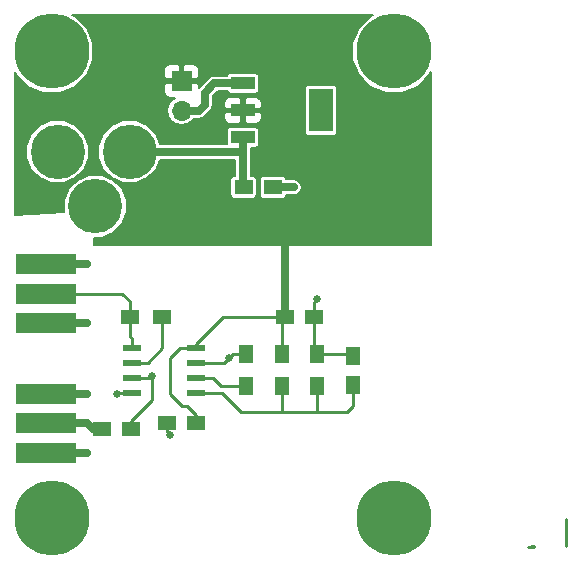
<source format=gtl>
G04 #@! TF.FileFunction,Copper,L1,Top,Signal*
%FSLAX46Y46*%
G04 Gerber Fmt 4.6, Leading zero omitted, Abs format (unit mm)*
G04 Created by KiCad (PCBNEW (after 2015-mar-04 BZR unknown)-product) date 1/14/2019 11:59:39 AM*
%MOMM*%
G01*
G04 APERTURE LIST*
%ADD10C,0.150000*%
%ADD11R,1.300000X1.500000*%
%ADD12R,1.500000X1.300000*%
%ADD13R,1.700000X1.700000*%
%ADD14O,1.700000X1.700000*%
%ADD15R,1.500000X1.250000*%
%ADD16R,1.250000X1.500000*%
%ADD17C,4.600000*%
%ADD18R,5.080000X1.750000*%
%ADD19R,1.550000X0.600000*%
%ADD20R,2.032000X3.657600*%
%ADD21R,2.032000X1.016000*%
%ADD22C,6.350000*%
%ADD23C,0.635000*%
%ADD24C,0.254000*%
%ADD25C,0.635000*%
%ADD26C,0.203200*%
G04 APERTURE END LIST*
D10*
D11*
X26000000Y-29150000D03*
X26000000Y-31850000D03*
X20000000Y-31850000D03*
X20000000Y-29150000D03*
D12*
X12850000Y-26000000D03*
X10150000Y-26000000D03*
D11*
X23000000Y-31850000D03*
X23000000Y-29150000D03*
D13*
X14500000Y-6000000D03*
D14*
X14500000Y-8540000D03*
D15*
X10250000Y-35500000D03*
X7750000Y-35500000D03*
D16*
X29000000Y-31750000D03*
X29000000Y-29250000D03*
D15*
X25750000Y-26000000D03*
X23250000Y-26000000D03*
X22250000Y-15000000D03*
X19750000Y-15000000D03*
X13250000Y-35000000D03*
X15750000Y-35000000D03*
D17*
X4000000Y-12000000D03*
X10100000Y-12000000D03*
X7200000Y-16600000D03*
D18*
X3000000Y-32500000D03*
X3000000Y-37500000D03*
X3000000Y-35000000D03*
X3000000Y-21500000D03*
X3000000Y-26500000D03*
X3000000Y-24000000D03*
D19*
X10300000Y-28595000D03*
X10300000Y-29865000D03*
X10300000Y-31135000D03*
X10300000Y-32405000D03*
X15700000Y-32405000D03*
X15700000Y-31135000D03*
X15700000Y-29865000D03*
X15700000Y-28595000D03*
D20*
X26302000Y-8500000D03*
D21*
X19698000Y-8500000D03*
X19698000Y-10786000D03*
X19698000Y-6214000D03*
D22*
X3500000Y-43000000D03*
X32500000Y-43000000D03*
X3500000Y-3500000D03*
X32500000Y-3500000D03*
D23*
X26000000Y-24500000D03*
X13500000Y-36000000D03*
X9000000Y-32500000D03*
X6500000Y-37500000D03*
X6500000Y-32500000D03*
X6500000Y-21500000D03*
X6500000Y-26500000D03*
X24000000Y-15000000D03*
X18500000Y-29500000D03*
X12000000Y-31000000D03*
D24*
X44370000Y-45339000D02*
X44069000Y-45339000D01*
X44370000Y-45466000D02*
X43815000Y-45466000D01*
X47070000Y-45339000D02*
X47070000Y-43053000D01*
X25750000Y-26000000D02*
X25750000Y-24750000D01*
X25750000Y-24750000D02*
X26000000Y-24500000D01*
X13250000Y-35000000D02*
X13250000Y-35750000D01*
X13250000Y-35750000D02*
X13500000Y-36000000D01*
X10300000Y-32405000D02*
X9095000Y-32405000D01*
X9095000Y-32405000D02*
X9000000Y-32500000D01*
D25*
X3000000Y-37500000D02*
X6500000Y-37500000D01*
X3000000Y-32500000D02*
X6500000Y-32500000D01*
X3000000Y-21500000D02*
X6500000Y-21500000D01*
X3000000Y-26500000D02*
X6500000Y-26500000D01*
X22250000Y-15000000D02*
X24000000Y-15000000D01*
X14500000Y-8540000D02*
X15960000Y-8540000D01*
X17286000Y-6214000D02*
X19698000Y-6214000D01*
X16500000Y-7000000D02*
X17286000Y-6214000D01*
X16500000Y-8000000D02*
X16500000Y-7000000D01*
X15960000Y-8540000D02*
X16500000Y-8000000D01*
D24*
X25750000Y-26000000D02*
X25750000Y-28900000D01*
X25750000Y-28900000D02*
X26000000Y-29150000D01*
X26000000Y-29150000D02*
X28900000Y-29150000D01*
X28900000Y-29150000D02*
X29000000Y-29250000D01*
X15750000Y-35000000D02*
X15750000Y-34250000D01*
X14405000Y-28595000D02*
X15700000Y-28595000D01*
X13500000Y-29500000D02*
X14405000Y-28595000D01*
X13500000Y-32500000D02*
X13500000Y-29500000D01*
X14500000Y-33500000D02*
X13500000Y-32500000D01*
X15000000Y-33500000D02*
X14500000Y-33500000D01*
X15750000Y-34250000D02*
X15000000Y-33500000D01*
X23000000Y-29150000D02*
X23000000Y-26250000D01*
X23000000Y-26250000D02*
X23250000Y-26000000D01*
X15700000Y-28595000D02*
X15700000Y-28300000D01*
X15700000Y-28300000D02*
X18000000Y-26000000D01*
X18000000Y-26000000D02*
X23250000Y-26000000D01*
D25*
X23250000Y-26000000D02*
X23250000Y-19750000D01*
X23250000Y-19750000D02*
X23000000Y-19500000D01*
X7750000Y-35500000D02*
X7000000Y-35500000D01*
X7000000Y-35500000D02*
X6500000Y-35000000D01*
X6500000Y-35000000D02*
X3000000Y-35000000D01*
D24*
X15700000Y-29865000D02*
X18135000Y-29865000D01*
X18135000Y-29865000D02*
X18500000Y-29500000D01*
X10250000Y-35500000D02*
X10250000Y-34750000D01*
X12000000Y-33000000D02*
X12000000Y-31000000D01*
X10250000Y-34750000D02*
X12000000Y-33000000D01*
X10300000Y-31135000D02*
X11865000Y-31135000D01*
X18850000Y-29150000D02*
X20000000Y-29150000D01*
X18500000Y-29500000D02*
X18850000Y-29150000D01*
X11865000Y-31135000D02*
X12000000Y-31000000D01*
X23000000Y-31850000D02*
X23000000Y-34000000D01*
X26000000Y-31850000D02*
X26000000Y-34000000D01*
X15700000Y-32405000D02*
X17905000Y-32405000D01*
X29000000Y-33500000D02*
X29000000Y-31750000D01*
X28500000Y-34000000D02*
X29000000Y-33500000D01*
X19500000Y-34000000D02*
X23000000Y-34000000D01*
X23000000Y-34000000D02*
X26000000Y-34000000D01*
X26000000Y-34000000D02*
X28500000Y-34000000D01*
X17905000Y-32405000D02*
X19500000Y-34000000D01*
D25*
X10100000Y-12000000D02*
X19698000Y-12000000D01*
X19698000Y-10786000D02*
X19698000Y-12000000D01*
X19698000Y-12000000D02*
X19698000Y-12500000D01*
X19698000Y-12500000D02*
X19698000Y-14948000D01*
X19698000Y-14948000D02*
X19750000Y-15000000D01*
D24*
X3000000Y-24000000D02*
X9500000Y-24000000D01*
X10150000Y-24650000D02*
X10150000Y-26000000D01*
X9500000Y-24000000D02*
X10150000Y-24650000D01*
X10300000Y-28595000D02*
X10300000Y-27800000D01*
X10150000Y-27650000D02*
X10150000Y-26000000D01*
X10300000Y-27800000D02*
X10150000Y-27650000D01*
X10300000Y-26150000D02*
X10150000Y-26000000D01*
X10300000Y-29865000D02*
X11635000Y-29865000D01*
X12850000Y-28650000D02*
X12850000Y-26000000D01*
X11635000Y-29865000D02*
X12850000Y-28650000D01*
X15700000Y-31135000D02*
X17135000Y-31135000D01*
X17850000Y-31850000D02*
X20000000Y-31850000D01*
X17135000Y-31135000D02*
X17850000Y-31850000D01*
D26*
G36*
X35594400Y-19898400D02*
X27680567Y-19898400D01*
X27680567Y-10328800D01*
X27680567Y-6671200D01*
X27654259Y-6535611D01*
X27575977Y-6416441D01*
X27457799Y-6336669D01*
X27318000Y-6308633D01*
X25286000Y-6308633D01*
X25150411Y-6334941D01*
X25031241Y-6413223D01*
X24951469Y-6531401D01*
X24923433Y-6671200D01*
X24923433Y-10328800D01*
X24949741Y-10464389D01*
X25028023Y-10583559D01*
X25146201Y-10663331D01*
X25286000Y-10691367D01*
X27318000Y-10691367D01*
X27453589Y-10665059D01*
X27572759Y-10586777D01*
X27652531Y-10468599D01*
X27680567Y-10328800D01*
X27680567Y-19898400D01*
X24673217Y-19898400D01*
X24673217Y-14866699D01*
X24570959Y-14619217D01*
X24475954Y-14524046D01*
X24475953Y-14524045D01*
X24381778Y-14429706D01*
X24134475Y-14327017D01*
X23866699Y-14326783D01*
X23866415Y-14326900D01*
X23353234Y-14326900D01*
X23336259Y-14239411D01*
X23257977Y-14120241D01*
X23139799Y-14040469D01*
X23000000Y-14012433D01*
X21500000Y-14012433D01*
X21364411Y-14038741D01*
X21323600Y-14065549D01*
X21323600Y-9129257D01*
X21323600Y-8804800D01*
X21323600Y-8195200D01*
X21323600Y-7870743D01*
X21230794Y-7646689D01*
X21076567Y-7492462D01*
X21076567Y-6722000D01*
X21076567Y-5706000D01*
X21050259Y-5570411D01*
X20971977Y-5451241D01*
X20853799Y-5371469D01*
X20714000Y-5343433D01*
X18682000Y-5343433D01*
X18546411Y-5369741D01*
X18427241Y-5448023D01*
X18364547Y-5540900D01*
X17286005Y-5540900D01*
X17286000Y-5540899D01*
X17028416Y-5592137D01*
X16810046Y-5738046D01*
X16810043Y-5738049D01*
X16024046Y-6524046D01*
X15959600Y-6620497D01*
X15959600Y-6304800D01*
X15959600Y-5695200D01*
X15959600Y-5271257D01*
X15959600Y-5028743D01*
X15866794Y-4804689D01*
X15695311Y-4633206D01*
X15471257Y-4540400D01*
X14804800Y-4540400D01*
X14652400Y-4692800D01*
X14652400Y-5847600D01*
X15807200Y-5847600D01*
X15959600Y-5695200D01*
X15959600Y-6304800D01*
X15807200Y-6152400D01*
X14652400Y-6152400D01*
X14652400Y-6172400D01*
X14347600Y-6172400D01*
X14347600Y-6152400D01*
X14347600Y-5847600D01*
X14347600Y-4692800D01*
X14195200Y-4540400D01*
X13528743Y-4540400D01*
X13304689Y-4633206D01*
X13133206Y-4804689D01*
X13040400Y-5028743D01*
X13040400Y-5271257D01*
X13040400Y-5695200D01*
X13192800Y-5847600D01*
X14347600Y-5847600D01*
X14347600Y-6152400D01*
X13192800Y-6152400D01*
X13040400Y-6304800D01*
X13040400Y-6728743D01*
X13040400Y-6971257D01*
X13133206Y-7195311D01*
X13304689Y-7366794D01*
X13528743Y-7459600D01*
X13964987Y-7459600D01*
X13623893Y-7687512D01*
X13362552Y-8078637D01*
X13270781Y-8540000D01*
X13362552Y-9001363D01*
X13623893Y-9392488D01*
X14015018Y-9653829D01*
X14476381Y-9745600D01*
X14523619Y-9745600D01*
X14984982Y-9653829D01*
X15376107Y-9392488D01*
X15495970Y-9213100D01*
X15959994Y-9213100D01*
X15960000Y-9213101D01*
X15960000Y-9213100D01*
X16217584Y-9161863D01*
X16435954Y-9015954D01*
X16975950Y-8475956D01*
X16975953Y-8475954D01*
X16975954Y-8475954D01*
X17121863Y-8257584D01*
X17173100Y-8000000D01*
X17173100Y-7278807D01*
X17564807Y-6887100D01*
X18365126Y-6887100D01*
X18424023Y-6976759D01*
X18542201Y-7056531D01*
X18682000Y-7084567D01*
X20714000Y-7084567D01*
X20849589Y-7058259D01*
X20968759Y-6979977D01*
X21048531Y-6861799D01*
X21076567Y-6722000D01*
X21076567Y-7492462D01*
X21059311Y-7475206D01*
X20835257Y-7382400D01*
X20592743Y-7382400D01*
X20002800Y-7382400D01*
X19850400Y-7534800D01*
X19850400Y-8347600D01*
X21171200Y-8347600D01*
X21323600Y-8195200D01*
X21323600Y-8804800D01*
X21171200Y-8652400D01*
X19850400Y-8652400D01*
X19850400Y-9465200D01*
X20002800Y-9617600D01*
X20592743Y-9617600D01*
X20835257Y-9617600D01*
X21059311Y-9524794D01*
X21230794Y-9353311D01*
X21323600Y-9129257D01*
X21323600Y-14065549D01*
X21245241Y-14117023D01*
X21165469Y-14235201D01*
X21137433Y-14375000D01*
X21137433Y-15625000D01*
X21163741Y-15760589D01*
X21242023Y-15879759D01*
X21360201Y-15959531D01*
X21500000Y-15987567D01*
X23000000Y-15987567D01*
X23135589Y-15961259D01*
X23254759Y-15882977D01*
X23334531Y-15764799D01*
X23352920Y-15673100D01*
X23999413Y-15673100D01*
X24000000Y-15673100D01*
X24133301Y-15673217D01*
X24257584Y-15621863D01*
X24380783Y-15570959D01*
X24475953Y-15475954D01*
X24475954Y-15475954D01*
X24475954Y-15475953D01*
X24570294Y-15381778D01*
X24621863Y-15257584D01*
X24672983Y-15134475D01*
X24673100Y-15000000D01*
X24673217Y-14866699D01*
X24673217Y-19898400D01*
X21076567Y-19898400D01*
X21076567Y-11294000D01*
X21076567Y-10278000D01*
X21050259Y-10142411D01*
X20971977Y-10023241D01*
X20853799Y-9943469D01*
X20714000Y-9915433D01*
X19545600Y-9915433D01*
X19545600Y-9465200D01*
X19545600Y-8652400D01*
X19545600Y-8347600D01*
X19545600Y-7534800D01*
X19393200Y-7382400D01*
X18803257Y-7382400D01*
X18560743Y-7382400D01*
X18336689Y-7475206D01*
X18165206Y-7646689D01*
X18072400Y-7870743D01*
X18072400Y-8195200D01*
X18224800Y-8347600D01*
X19545600Y-8347600D01*
X19545600Y-8652400D01*
X18224800Y-8652400D01*
X18072400Y-8804800D01*
X18072400Y-9129257D01*
X18165206Y-9353311D01*
X18336689Y-9524794D01*
X18560743Y-9617600D01*
X18803257Y-9617600D01*
X19393200Y-9617600D01*
X19545600Y-9465200D01*
X19545600Y-9915433D01*
X18682000Y-9915433D01*
X18546411Y-9941741D01*
X18427241Y-10020023D01*
X18347469Y-10138201D01*
X18319433Y-10278000D01*
X18319433Y-11294000D01*
X18325816Y-11326900D01*
X12695243Y-11326900D01*
X12352621Y-10497689D01*
X11606240Y-9750005D01*
X10630549Y-9344862D01*
X9574086Y-9343940D01*
X8597689Y-9747379D01*
X7850005Y-10493760D01*
X7444862Y-11469451D01*
X7443940Y-12525914D01*
X7847379Y-13502311D01*
X8593760Y-14249995D01*
X9569451Y-14655138D01*
X10625914Y-14656060D01*
X11602311Y-14252621D01*
X12349995Y-13506240D01*
X12695945Y-12673100D01*
X19024900Y-12673100D01*
X19024900Y-14012433D01*
X19000000Y-14012433D01*
X18864411Y-14038741D01*
X18745241Y-14117023D01*
X18665469Y-14235201D01*
X18637433Y-14375000D01*
X18637433Y-15625000D01*
X18663741Y-15760589D01*
X18742023Y-15879759D01*
X18860201Y-15959531D01*
X19000000Y-15987567D01*
X20500000Y-15987567D01*
X20635589Y-15961259D01*
X20754759Y-15882977D01*
X20834531Y-15764799D01*
X20862567Y-15625000D01*
X20862567Y-14375000D01*
X20836259Y-14239411D01*
X20757977Y-14120241D01*
X20639799Y-14040469D01*
X20500000Y-14012433D01*
X20371100Y-14012433D01*
X20371100Y-12500000D01*
X20371100Y-12000000D01*
X20371100Y-11656567D01*
X20714000Y-11656567D01*
X20849589Y-11630259D01*
X20968759Y-11551977D01*
X21048531Y-11433799D01*
X21076567Y-11294000D01*
X21076567Y-19898400D01*
X7101600Y-19898400D01*
X7101600Y-19255515D01*
X7725914Y-19256060D01*
X8702311Y-18852621D01*
X9449995Y-18106240D01*
X9855138Y-17130549D01*
X9856060Y-16074086D01*
X9452621Y-15097689D01*
X8706240Y-14350005D01*
X7730549Y-13944862D01*
X6674086Y-13943940D01*
X6656060Y-13951388D01*
X6656060Y-11474086D01*
X6252621Y-10497689D01*
X5506240Y-9750005D01*
X4530549Y-9344862D01*
X3474086Y-9343940D01*
X2497689Y-9747379D01*
X1750005Y-10493760D01*
X1344862Y-11469451D01*
X1343940Y-12525914D01*
X1747379Y-13502311D01*
X2493760Y-14249995D01*
X3469451Y-14655138D01*
X4525914Y-14656060D01*
X5502311Y-14252621D01*
X6249995Y-13506240D01*
X6655138Y-12530549D01*
X6656060Y-11474086D01*
X6656060Y-13951388D01*
X5697689Y-14347379D01*
X4950005Y-15093760D01*
X4544862Y-16069451D01*
X4543985Y-17073570D01*
X405600Y-17369169D01*
X405600Y-5256365D01*
X505157Y-5497312D01*
X1497464Y-6491352D01*
X2794639Y-7029986D01*
X4199199Y-7031212D01*
X5497312Y-6494843D01*
X6491352Y-5502536D01*
X7029986Y-4205361D01*
X7031212Y-2800801D01*
X6494843Y-1502688D01*
X5502536Y-508648D01*
X5254368Y-405600D01*
X30743634Y-405600D01*
X30502688Y-505157D01*
X29508648Y-1497464D01*
X28970014Y-2794639D01*
X28968788Y-4199199D01*
X29505157Y-5497312D01*
X30497464Y-6491352D01*
X31794639Y-7029986D01*
X33199199Y-7031212D01*
X34497312Y-6494843D01*
X35491352Y-5502536D01*
X35594400Y-5254368D01*
X35594400Y-19898400D01*
X35594400Y-19898400D01*
G37*
X35594400Y-19898400D02*
X27680567Y-19898400D01*
X27680567Y-10328800D01*
X27680567Y-6671200D01*
X27654259Y-6535611D01*
X27575977Y-6416441D01*
X27457799Y-6336669D01*
X27318000Y-6308633D01*
X25286000Y-6308633D01*
X25150411Y-6334941D01*
X25031241Y-6413223D01*
X24951469Y-6531401D01*
X24923433Y-6671200D01*
X24923433Y-10328800D01*
X24949741Y-10464389D01*
X25028023Y-10583559D01*
X25146201Y-10663331D01*
X25286000Y-10691367D01*
X27318000Y-10691367D01*
X27453589Y-10665059D01*
X27572759Y-10586777D01*
X27652531Y-10468599D01*
X27680567Y-10328800D01*
X27680567Y-19898400D01*
X24673217Y-19898400D01*
X24673217Y-14866699D01*
X24570959Y-14619217D01*
X24475954Y-14524046D01*
X24475953Y-14524045D01*
X24381778Y-14429706D01*
X24134475Y-14327017D01*
X23866699Y-14326783D01*
X23866415Y-14326900D01*
X23353234Y-14326900D01*
X23336259Y-14239411D01*
X23257977Y-14120241D01*
X23139799Y-14040469D01*
X23000000Y-14012433D01*
X21500000Y-14012433D01*
X21364411Y-14038741D01*
X21323600Y-14065549D01*
X21323600Y-9129257D01*
X21323600Y-8804800D01*
X21323600Y-8195200D01*
X21323600Y-7870743D01*
X21230794Y-7646689D01*
X21076567Y-7492462D01*
X21076567Y-6722000D01*
X21076567Y-5706000D01*
X21050259Y-5570411D01*
X20971977Y-5451241D01*
X20853799Y-5371469D01*
X20714000Y-5343433D01*
X18682000Y-5343433D01*
X18546411Y-5369741D01*
X18427241Y-5448023D01*
X18364547Y-5540900D01*
X17286005Y-5540900D01*
X17286000Y-5540899D01*
X17028416Y-5592137D01*
X16810046Y-5738046D01*
X16810043Y-5738049D01*
X16024046Y-6524046D01*
X15959600Y-6620497D01*
X15959600Y-6304800D01*
X15959600Y-5695200D01*
X15959600Y-5271257D01*
X15959600Y-5028743D01*
X15866794Y-4804689D01*
X15695311Y-4633206D01*
X15471257Y-4540400D01*
X14804800Y-4540400D01*
X14652400Y-4692800D01*
X14652400Y-5847600D01*
X15807200Y-5847600D01*
X15959600Y-5695200D01*
X15959600Y-6304800D01*
X15807200Y-6152400D01*
X14652400Y-6152400D01*
X14652400Y-6172400D01*
X14347600Y-6172400D01*
X14347600Y-6152400D01*
X14347600Y-5847600D01*
X14347600Y-4692800D01*
X14195200Y-4540400D01*
X13528743Y-4540400D01*
X13304689Y-4633206D01*
X13133206Y-4804689D01*
X13040400Y-5028743D01*
X13040400Y-5271257D01*
X13040400Y-5695200D01*
X13192800Y-5847600D01*
X14347600Y-5847600D01*
X14347600Y-6152400D01*
X13192800Y-6152400D01*
X13040400Y-6304800D01*
X13040400Y-6728743D01*
X13040400Y-6971257D01*
X13133206Y-7195311D01*
X13304689Y-7366794D01*
X13528743Y-7459600D01*
X13964987Y-7459600D01*
X13623893Y-7687512D01*
X13362552Y-8078637D01*
X13270781Y-8540000D01*
X13362552Y-9001363D01*
X13623893Y-9392488D01*
X14015018Y-9653829D01*
X14476381Y-9745600D01*
X14523619Y-9745600D01*
X14984982Y-9653829D01*
X15376107Y-9392488D01*
X15495970Y-9213100D01*
X15959994Y-9213100D01*
X15960000Y-9213101D01*
X15960000Y-9213100D01*
X16217584Y-9161863D01*
X16435954Y-9015954D01*
X16975950Y-8475956D01*
X16975953Y-8475954D01*
X16975954Y-8475954D01*
X17121863Y-8257584D01*
X17173100Y-8000000D01*
X17173100Y-7278807D01*
X17564807Y-6887100D01*
X18365126Y-6887100D01*
X18424023Y-6976759D01*
X18542201Y-7056531D01*
X18682000Y-7084567D01*
X20714000Y-7084567D01*
X20849589Y-7058259D01*
X20968759Y-6979977D01*
X21048531Y-6861799D01*
X21076567Y-6722000D01*
X21076567Y-7492462D01*
X21059311Y-7475206D01*
X20835257Y-7382400D01*
X20592743Y-7382400D01*
X20002800Y-7382400D01*
X19850400Y-7534800D01*
X19850400Y-8347600D01*
X21171200Y-8347600D01*
X21323600Y-8195200D01*
X21323600Y-8804800D01*
X21171200Y-8652400D01*
X19850400Y-8652400D01*
X19850400Y-9465200D01*
X20002800Y-9617600D01*
X20592743Y-9617600D01*
X20835257Y-9617600D01*
X21059311Y-9524794D01*
X21230794Y-9353311D01*
X21323600Y-9129257D01*
X21323600Y-14065549D01*
X21245241Y-14117023D01*
X21165469Y-14235201D01*
X21137433Y-14375000D01*
X21137433Y-15625000D01*
X21163741Y-15760589D01*
X21242023Y-15879759D01*
X21360201Y-15959531D01*
X21500000Y-15987567D01*
X23000000Y-15987567D01*
X23135589Y-15961259D01*
X23254759Y-15882977D01*
X23334531Y-15764799D01*
X23352920Y-15673100D01*
X23999413Y-15673100D01*
X24000000Y-15673100D01*
X24133301Y-15673217D01*
X24257584Y-15621863D01*
X24380783Y-15570959D01*
X24475953Y-15475954D01*
X24475954Y-15475954D01*
X24475954Y-15475953D01*
X24570294Y-15381778D01*
X24621863Y-15257584D01*
X24672983Y-15134475D01*
X24673100Y-15000000D01*
X24673217Y-14866699D01*
X24673217Y-19898400D01*
X21076567Y-19898400D01*
X21076567Y-11294000D01*
X21076567Y-10278000D01*
X21050259Y-10142411D01*
X20971977Y-10023241D01*
X20853799Y-9943469D01*
X20714000Y-9915433D01*
X19545600Y-9915433D01*
X19545600Y-9465200D01*
X19545600Y-8652400D01*
X19545600Y-8347600D01*
X19545600Y-7534800D01*
X19393200Y-7382400D01*
X18803257Y-7382400D01*
X18560743Y-7382400D01*
X18336689Y-7475206D01*
X18165206Y-7646689D01*
X18072400Y-7870743D01*
X18072400Y-8195200D01*
X18224800Y-8347600D01*
X19545600Y-8347600D01*
X19545600Y-8652400D01*
X18224800Y-8652400D01*
X18072400Y-8804800D01*
X18072400Y-9129257D01*
X18165206Y-9353311D01*
X18336689Y-9524794D01*
X18560743Y-9617600D01*
X18803257Y-9617600D01*
X19393200Y-9617600D01*
X19545600Y-9465200D01*
X19545600Y-9915433D01*
X18682000Y-9915433D01*
X18546411Y-9941741D01*
X18427241Y-10020023D01*
X18347469Y-10138201D01*
X18319433Y-10278000D01*
X18319433Y-11294000D01*
X18325816Y-11326900D01*
X12695243Y-11326900D01*
X12352621Y-10497689D01*
X11606240Y-9750005D01*
X10630549Y-9344862D01*
X9574086Y-9343940D01*
X8597689Y-9747379D01*
X7850005Y-10493760D01*
X7444862Y-11469451D01*
X7443940Y-12525914D01*
X7847379Y-13502311D01*
X8593760Y-14249995D01*
X9569451Y-14655138D01*
X10625914Y-14656060D01*
X11602311Y-14252621D01*
X12349995Y-13506240D01*
X12695945Y-12673100D01*
X19024900Y-12673100D01*
X19024900Y-14012433D01*
X19000000Y-14012433D01*
X18864411Y-14038741D01*
X18745241Y-14117023D01*
X18665469Y-14235201D01*
X18637433Y-14375000D01*
X18637433Y-15625000D01*
X18663741Y-15760589D01*
X18742023Y-15879759D01*
X18860201Y-15959531D01*
X19000000Y-15987567D01*
X20500000Y-15987567D01*
X20635589Y-15961259D01*
X20754759Y-15882977D01*
X20834531Y-15764799D01*
X20862567Y-15625000D01*
X20862567Y-14375000D01*
X20836259Y-14239411D01*
X20757977Y-14120241D01*
X20639799Y-14040469D01*
X20500000Y-14012433D01*
X20371100Y-14012433D01*
X20371100Y-12500000D01*
X20371100Y-12000000D01*
X20371100Y-11656567D01*
X20714000Y-11656567D01*
X20849589Y-11630259D01*
X20968759Y-11551977D01*
X21048531Y-11433799D01*
X21076567Y-11294000D01*
X21076567Y-19898400D01*
X7101600Y-19898400D01*
X7101600Y-19255515D01*
X7725914Y-19256060D01*
X8702311Y-18852621D01*
X9449995Y-18106240D01*
X9855138Y-17130549D01*
X9856060Y-16074086D01*
X9452621Y-15097689D01*
X8706240Y-14350005D01*
X7730549Y-13944862D01*
X6674086Y-13943940D01*
X6656060Y-13951388D01*
X6656060Y-11474086D01*
X6252621Y-10497689D01*
X5506240Y-9750005D01*
X4530549Y-9344862D01*
X3474086Y-9343940D01*
X2497689Y-9747379D01*
X1750005Y-10493760D01*
X1344862Y-11469451D01*
X1343940Y-12525914D01*
X1747379Y-13502311D01*
X2493760Y-14249995D01*
X3469451Y-14655138D01*
X4525914Y-14656060D01*
X5502311Y-14252621D01*
X6249995Y-13506240D01*
X6655138Y-12530549D01*
X6656060Y-11474086D01*
X6656060Y-13951388D01*
X5697689Y-14347379D01*
X4950005Y-15093760D01*
X4544862Y-16069451D01*
X4543985Y-17073570D01*
X405600Y-17369169D01*
X405600Y-5256365D01*
X505157Y-5497312D01*
X1497464Y-6491352D01*
X2794639Y-7029986D01*
X4199199Y-7031212D01*
X5497312Y-6494843D01*
X6491352Y-5502536D01*
X7029986Y-4205361D01*
X7031212Y-2800801D01*
X6494843Y-1502688D01*
X5502536Y-508648D01*
X5254368Y-405600D01*
X30743634Y-405600D01*
X30502688Y-505157D01*
X29508648Y-1497464D01*
X28970014Y-2794639D01*
X28968788Y-4199199D01*
X29505157Y-5497312D01*
X30497464Y-6491352D01*
X31794639Y-7029986D01*
X33199199Y-7031212D01*
X34497312Y-6494843D01*
X35491352Y-5502536D01*
X35594400Y-5254368D01*
X35594400Y-19898400D01*
M02*

</source>
